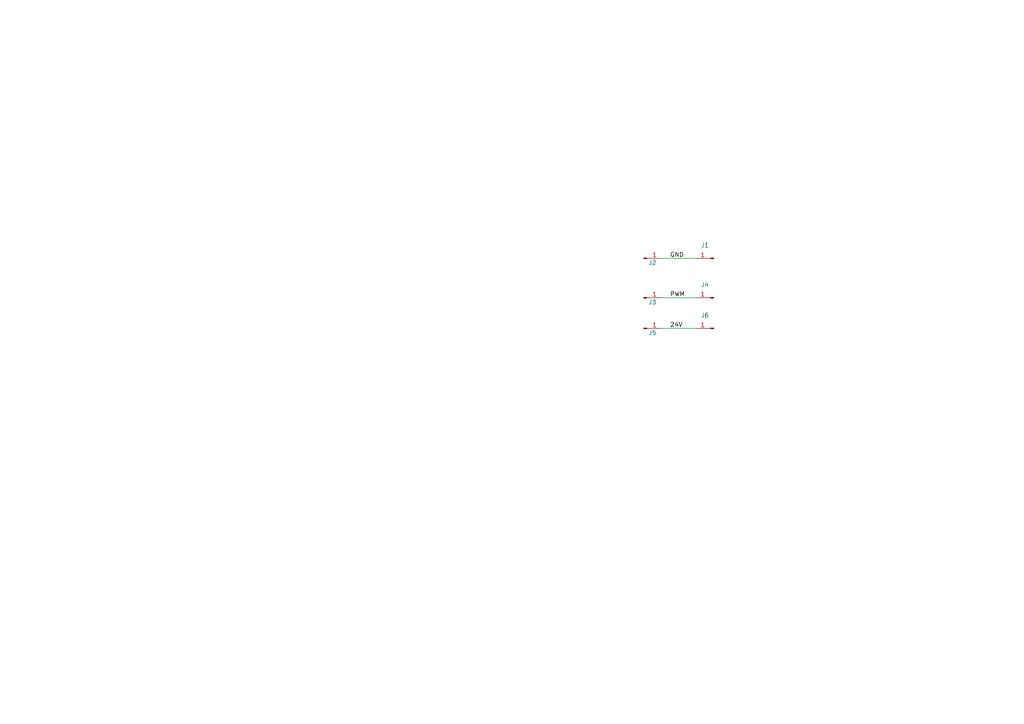
<source format=kicad_sch>
(kicad_sch (version 20230121) (generator eeschema)
  (paper "A4")
  (lib_symbols
    (symbol "Connector:Conn_01x01_Pin" (pin_names (offset 1.016) hide)
      (property "Reference" "J" (at 0 2.54 0))
      (property "Value" "Conn_01x01_Pin" (at 0 -2.54 0))
      (symbol "Conn_01x01_Pin_1_1"
        (polyline (pts (xy 1.27 0) (xy 0.8636 0)) (stroke (width 0.1524)))
        (rectangle (start 0.8636 0.127) (end 0 -0.127) (stroke (width 0.1524)) (fill (type outline)))
        (pin passive line (at 5.08 0 180) (length 3.81) (name "Pin_1") (number "1"))
      )
    )
  )
  (wire (pts (xy 201.93 74.93) (xy 191.77 74.93)))
  (wire (pts (xy 201.93 95.25) (xy 191.77 95.25)))
  (wire (pts (xy 201.93 86.36) (xy 191.77 86.36)))
  (label "GND" (at 194.31 74.93 0))
  (label "24V" (at 194.31 95.25 0))
  (label "PWM" (at 194.31 86.36 0))
  (symbol (lib_id "Connector:Conn_01x01_Pin") (at 186.69 74.93 0) (unit 1)
    (property "Reference" "J2" (at 189.23 76.2 0))
    (property "Value" "Conn_01x01_Pin" (effects hide))
    (property "Footprint" "TestPoint:TestPoint_Pad_D2.0mm" (effects hide))
  )
  (symbol (lib_id "Connector:Conn_01x01_Pin") (at 207.01 95.25 180) (unit 1)
    (property "Reference" "J6" (at 204.47 91.44 0))
    (property "Value" "Conn_01x01_Pin" (effects hide))
    (property "Footprint" "Bergi:Solderpad_1x2" (effects hide))
  )
  (symbol (lib_id "Connector:Conn_01x01_Pin") (at 207.01 86.36 180) (unit 1)
    (property "Reference" "J4" (at 204.47 82.55 0))
    (property "Value" "Conn_01x01_Pin" (effects hide))
    (property "Footprint" "Bergi:Solderpad_1x2" (effects hide))
  )
  (symbol (lib_id "Connector:Conn_01x01_Pin") (at 207.01 74.93 180) (unit 1)
    (property "Reference" "J1" (at 204.47 71.12 0))
    (property "Value" "Conn_01x01_Pin" (effects hide))
    (property "Footprint" "Bergi:Solderpad_1x2" (effects hide))
  )
  (symbol (lib_id "Connector:Conn_01x01_Pin") (at 186.69 95.25 0) (unit 1)
    (property "Reference" "J5" (at 189.23 96.52 0))
    (property "Value" "Conn_01x01_Pin" (effects hide))
    (property "Footprint" "TestPoint:TestPoint_Pad_D2.0mm" (effects hide))
  )
  (symbol (lib_id "Connector:Conn_01x01_Pin") (at 186.69 86.36 0) (unit 1)
    (property "Reference" "J3" (at 189.23 87.63 0))
    (property "Value" "Conn_01x01_Pin" (effects hide))
    (property "Footprint" "TestPoint:TestPoint_Pad_D2.0mm" (effects hide))
  )
)
</source>
